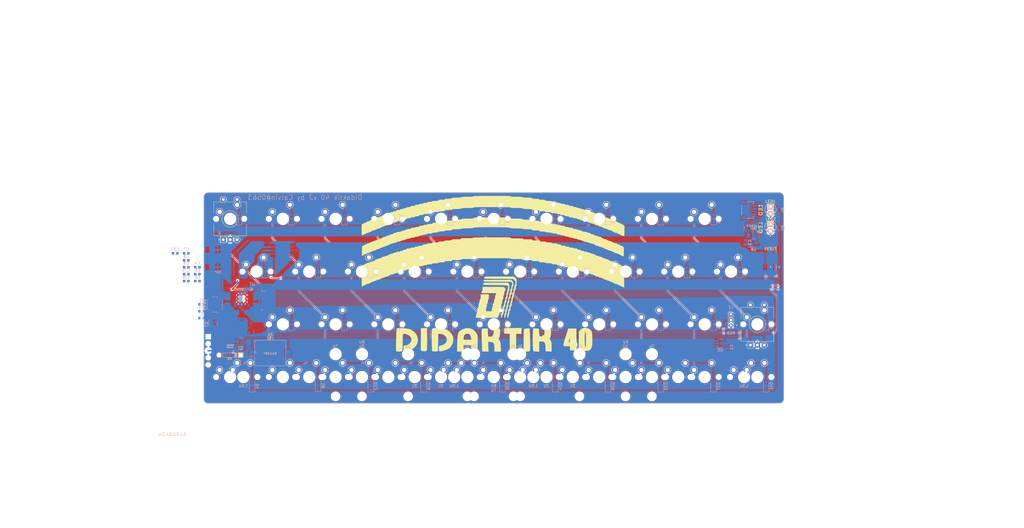
<source format=kicad_pcb>
(kicad_pcb (version 20221018) (generator pcbnew)
  (layers (0 "F.Cu" signal) (31 "B.Cu" signal) (34 "B.Paste" user) (35 "F.Paste" user) (36 "B.SilkS" user "B.Silkscreen") (37 "F.SilkS" user "F.Silkscreen") (38 "B.Mask" user) (39 "F.Mask" user) (44 "Edge.Cuts" user))
  (net 0 "")
  (net 1 "BOOT0")
  (net 2 "Net-(D1-A)")
  (net 3 "Net-(D2-A)")
  (net 4 "Net-(D3-A)")
  (net 5 "Net-(D4-A)")
  (net 6 "Net-(D5-A)")
  (net 7 "Net-(D6-A)")
  (net 8 "Net-(D7-A)")
  (net 9 "Net-(D8-A)")
  (net 10 "Net-(D9-A)")
  (net 11 "Net-(D10-A)")
  (net 12 "Net-(D11-A)")
  (net 13 "Net-(D12-A)")
  (net 14 "Net-(D13-A)")
  (net 15 "Net-(D14-A)")
  (net 16 "Net-(D15-A)")
  (net 17 "Net-(D16-A)")
  (net 18 "Net-(D17-A)")
  (net 19 "Net-(D18-A)")
  (net 20 "Net-(D19-A)")
  (net 21 "Net-(D20-A)")
  (net 22 "Net-(D21-A)")
  (net 23 "Net-(D22-A)")
  (net 24 "Net-(D23-A)")
  (net 25 "Net-(D24-A)")
  (net 26 "Net-(D26-A)")
  (net 27 "Net-(D27-A)")
  (net 28 "Net-(D28-A)")
  (net 29 "Net-(D29-A)")
  (net 30 "Net-(D30-A)")
  (net 31 "Net-(D31-A)")
  (net 32 "Net-(D32-A)")
  (net 33 "Net-(D33-A)")
  (net 34 "Net-(D34-A)")
  (net 35 "Net-(D35-A)")
  (net 36 "Net-(D36-A)")
  (net 37 "Net-(D37-A)")
  (net 38 "Net-(D38-A)")
  (net 39 "COL0")
  (net 40 "COL1")
  (net 41 "COL3")
  (net 42 "COL4")
  (net 43 "Net-(D39-A)")
  (net 44 "Net-(D40-A)")
  (net 45 "Net-(D41-A)")
  (net 46 "Net-(D42-A)")
  (net 47 "Net-(Q2-G)")
  (net 48 "+3V3")
  (net 49 "Net-(D25-A)")
  (net 50 "VBUS")
  (net 51 "LED capslock")
  (net 52 "LED Power")
  (net 53 "GND")
  (net 54 "D_USB_N")
  (net 55 "D_USB_P")
  (net 56 "+5V")
  (net 57 "ROTARY_A")
  (net 58 "COL5")
  (net 59 "COL6")
  (net 60 "Net-(Q1-C)")
  (net 61 "VCC")
  (net 62 "NRST")
  (net 63 "ROTARY_C")
  (net 64 "COL7")
  (net 65 "COL8")
  (net 66 "COL9")
  (net 67 "ROW3")
  (net 68 "ROW2")
  (net 69 "ROW1")
  (net 70 "ROW0")
  (net 72 "Net-(Q1-B)")
  (net 75 "COL2")
  (net 76 "ROTARY_B")
  (net 77 "ROTARY_D")
  (net 78 "D_P")
  (net 79 "RGB")
  (net 81 "SPEAKER")
  (net 82 "D_N")
  (net 91 "RGB MCU")
  (footprint "Keebio-Parts:Diode-Hybrid-Back" (layer "F.Cu") (at 41.148 90.4875)
    (fp_text reference "R5")
    (fp_text value "1k" hide)
  )
  (footprint "MX_Only:MXOnly-1U-NoLED" (layer "F.Cu") (at 212.725 98.425)
    (fp_text reference "SW39a1")
    (fp_text value "SW_Push_45deg")
  )
  (footprint "MX_Only:MXOnly-1U-NoLED" (layer "F.Cu") (at 136.525 79.375)
    (fp_text reference "SW25")
    (fp_text value "SW_Push_45deg")
  )
  (footprint "MX_Only:MXOnly-1.5U-NoLED" (layer "F.Cu") (at 122.2375 98.425)
    (fp_text reference "SW35a1")
    (fp_text value "SW_Push_45deg")
  )
  (footprint "MX_Only:MXOnly-1U-NoLED" (layer "F.Cu") (at 107.95 60.325)
    (fp_text reference "SW14")
    (fp_text value "SW_Push_45deg")
  )
  (footprint "MX_Only:MXOnly-1U-NoLED" (layer "F.Cu") (at 79.375 98.425)
    (fp_text reference "SW33a1")
    (fp_text value "SW_Push_45deg")
  )
  (footprint "MX_Only:MXOnly-1U-NoLED" (layer "F.Cu") (at 98.425 79.375)
    (fp_text reference "SW23")
    (fp_text value "SW_Push_45deg")
  )
  (footprint "MX_Only:MXOnly-1U-NoLED" (layer "F.Cu") (at 193.675 79.375)
    (fp_text reference "SW28")
    (fp_text value "SW_Push_45deg")
  )
  (footprint "MX_Only:MXOnly-1U-NoLED" (layer "F.Cu") (at 117.475 41.275)
    (fp_text reference "SW5")
    (fp_text value "SW_Push_45deg")
  )
  (footprint "MX_Only:MXOnly-1U-NoLED" (layer "F.Cu") (at 212.725 41.275)
    (fp_text reference "SW10")
    (fp_text value "SW_Push_45deg")
  )
  (footprint "LOGO" (layer "F.Cu") (at 136.164278 64.98305)
    (fp_text reference "G***" hide)
    (fp_text value "LOGO" hide)
  )
  (footprint "MX_Only:MXOnly-1U-NoLED" (layer "F.Cu") (at 41.275 98.425)
    (fp_text reference "SW31a1")
    (fp_text value "SW_Push_45deg")
  )
  (footprint "MX_Only:MXOnly-1U-NoLED" (layer "F.Cu") (at 203.2 98.425)
    (fp_text reference "SW39")
    (fp_text value "SW_Push_45deg")
  )
  (footprint "Keebio-Parts:RotaryEncoder_EC11-no-legs" (layer "F.Cu") (at 41.275 41.275 90)
    (fp_text reference "SW41")
    (fp_text value "RotaryEncoder_Switch")
  )
  (footprint "MX_Only:MXOnly-1U-NoLED" (layer "F.Cu") (at 165.1 60.325)
    (fp_text reference "SW17")
    (fp_text value "SW_Push_45deg")
  )
  (footprint "MX_Only:MXOnly-1U-NoLED" (layer "F.Cu") (at 165.1 98.425)
    (fp_text reference "SW37")
    (fp_text value "SW_Push_45deg")
  )
  (footprint "MX_Only:MXOnly-1U-NoLED" (layer "F.Cu") (at 69.85 98.425)
    (fp_text reference "SW32")
    (fp_text value "SW_Push_45deg")
  )
  (footprint "MX_Only:MXOnly-1U-NoLED" (layer "F.Cu") (at 193.675 41.275)
    (fp_text reference "SW9")
    (fp_text value "SW_Push_45deg")
  )
  (footprint "MX_Only:MXOnly-1U-NoLED" (layer "F.Cu") (at 146.05 60.325)
    (fp_text reference "SW16")
    (fp_text value "SW_Push_45deg")
  )
  (footprint "MX_Only:MXOnly-1.5U-NoLED" (layer "F.Cu") (at 46.037 98.425)
    (fp_text reference "SW31")
    (fp_text value "SW_Push_45deg")
  )
  (footprint "Keebio-Parts:RotaryEncoder_EC11-no-legs" (layer "F.Cu") (at 231.775 79.375 90)
    (fp_text reference "SW42")
    (fp_text value "RotaryEncoder_Switch")
  )
  (footprint "MX_Only:MXOnly-1U-NoLED" (layer "F.Cu") (at 50.8 60.325)
    (fp_text reference "SW11")
    (fp_text value "SW_Push_45deg")
  )
  (footprint "MX_Only:MXOnly-1U-NoLED" (layer "F.Cu") (at 231.775 79.375)
    (fp_text reference "SW30")
    (fp_text value "SW_Push_45deg")
  )
  (footprint "MX_Only:MXOnly-2U-ReversedStabilizers-NoLED" (layer "F.Cu") (at 155.575 98.425)
    (fp_text reference "SW36b1")
    (fp_text value "SW_Push_45deg")
  )
  (footprint "MX_Only:MXOnly-1U-NoLED" (layer "F.Cu") (at 98.425 41.275)
    (fp_text reference "SW4")
    (fp_text value "SW_Push_45deg")
  )
  (footprint "MX_Only:MXOnly-1U-NoLED" (layer "F.Cu") (at 41.275 41.275)
    (fp_text reference "SW1")
    (fp_text value "SW_Push_45deg")
  )
  (footprint "MX_Only:MXOnly-1U-NoLED" (layer "F.Cu") (at 88.9 98.425)
    (fp_text reference "SW33")
    (fp_text value "SW_Push_45deg")
  )
  (footprint "MX_Only:MXOnly-1.5U-NoLED" (layer "F.Cu") (at 150.8125 98.425)
    (fp_text reference "SW36a1")
    (fp_text value "SW_Push_45deg")
  )
  (footprint "MX_Only:MXOnly-1U-NoLED" (layer "F.Cu") (at 184.15 60.325)
    (fp_text reference "SW18")
    (fp_text value "SW_Push_45deg")
  )
  (footprint "MX_Only:MXOnly-1U-NoLED" (layer "F.Cu") (at 69.85 60.325)
    (fp_text reference "SW12")
    (fp_text value "SW_Push_45deg")
  )
  (footprint "MX_Only:MXOnly-1U-NoLED" (layer "F.Cu") (at 146.05 98.425)
    (fp_text reference "SW36")
    (fp_text value "SW_Push_45deg")
  )
  (footprint "MX_Only:MXOnly-1U-NoLED" (layer "F.Cu") (at 88.9 60.325)
    (fp_text reference "SW13")
    (fp_text value "SW_Push_45deg")
  )
  (footprint "MX_Only:MXOnly-3U-ReversedStabilizers-NoLED" (layer "F.Cu") (at 165.1 98.425)
    (fp_text reference "SW37b1")
    (fp_text value "SW_Push_45deg")
  )
  (footprint "MX_Only:MXOnly-1U-NoLED" (layer "F.Cu") (at 60.325 79.375)
    (fp_text reference "SW21")
    (fp_text value "SW_Push_45deg")
  )
  (footprint "LOGO" (layer "F.Cu") (at 136.525 84.963)
    (fp_text reference "G***" hide)
    (fp_text value "LOGO" hide)
  )
  (footprint "MX_Only:MXOnly-1U-NoLED" (layer "F.Cu") (at 155.575 41.275)
    (fp_text reference "SW7")
    (fp_text value "SW_Push_45deg")
  )
  (footprint "MX_Only:MXOnly-1U-NoLED" (layer "F.Cu") (at 98.425 98.425)
    (fp_text reference "SW34a1")
    (fp_text value "SW_Push_45deg")
  )
  (footprint "MX_Only:MXOnly-1U-NoLED" (layer "F.Cu") (at 184.15 98.425)
    (fp_text reference "SW38")
    (fp_text value "SW_Push_45deg")
  )
  (footprint "MX_Only:MXOnly-2U-ReversedStabilizers-NoLED" (layer "F.Cu") (at 117.475 98.425)
    (fp_text reference "SW35b1")
    (fp_text value "SW_Push_45deg")
  )
  (footprint "MX_Only:MXOnly-1U-NoLED" (layer "F.Cu") (at 79.375 79.375)
    (fp_text reference "SW22")
    (fp_text value "SW_Push_45deg")
  )
  (footprint "MX_Only:MXOnly-7U-ReversedStabilizers-NoLED" (layer "F.Cu") (at 136.525 98.425)
    (fp_text reference "SW36c1")
    (fp_text value "SW_Push_45deg")
  )
  (footprint "MX_Only:MXOnly-1U-NoLED" (layer "F.Cu") (at 174.625 98.425)
    (fp_text reference "SW37a1")
    (fp_text value "SW_Push_45deg")
  )
  (footprint "MX_Only:MXOnly-1U-NoLED" (layer "F.Cu") (at 174.625 41.275)
    (fp_text reference "SW8")
    (fp_text value "SW_Push_45deg")
  )
  (footprint "MX_Only:MXOnly-1U-NoLED" (layer "F.Cu") (at 127 60.325)
    (fp_text reference "SW15")
    (fp_text value "SW_Push_45deg")
  )
  (footprint "MX_Only:MXOnly-1U-NoLED" (layer "F.Cu") (at 136.525 41.275)
    (fp_text reference "SW6")
    (fp_text value "SW_Push_45deg")
  )
  (footprint "MX_Only:MXOnly-1U-NoLED" (layer "F.Cu") (at 107.95 98.425)
    (fp_text reference "SW34")
    (fp_text value "SW_Push_45deg")
  )
  (footprint "MX_Only:MXOnly-1U-NoLED" (layer "F.Cu") (at 222.25 60.325)
    (fp_text reference "SW20")
    (fp_text value "SW_Push_45deg")
  )
  (footprint "MX_Only:MXOnly-1U-NoLED" (layer "F.Cu") (at 117.475 79.375)
    (fp_text reference "SW24")
    (fp_text value "SW_Push_45deg")
  )
  (footprint "MX_Only:MXOnly-1U-NoLED" (layer "F.Cu") (at 193.675 98.425)
    (fp_text reference "SW38a1")
    (fp_text value "SW_Push_45deg")
  )
  (footprint "MX_Only:MXOnly-1U-NoLED" (layer "F.Cu") (at 203.2 60.325)
    (fp_text reference "SW19")
    (fp_text value "SW_Push_45deg")
  )
  (footprint "MX_Only:MXOnly-1U-NoLED" (layer "F.Cu") (at 212.725 79.375)
    (fp_text reference "SW29")
    (fp_text value "SW_Push_45deg")
  )
  (footprint "MX_Only:MXOnly-1U-NoLED" (layer "F.Cu") (at 60.325 41.275)
    (fp_text reference "SW2")
    (fp_text value "SW_Push_45deg")
  )
  (footprint "MX_Only:MXOnly-1U-NoLED" (layer "F.Cu") (at 174.625 79.375)
    (fp_text reference "SW27")
    (fp_text value "SW_Push_45deg")
  )
  (footprint "MX_Only:MXOnly-1U-NoLED" (layer "F.Cu") (at 60.325 98.425)
    (fp_text reference "SW32a1")
    (fp_text value "SW_Push_45deg")
  )
  (footprint "MX_Only:MXOnly-3U-ReversedStabilizers-NoLED" (layer "F.Cu") (at 107.95 98.425)
    (fp_text reference "SW34b1")
    (fp_text value "SW_Push_45deg")
  )
  (footprint "MX_Only:MXOnly-6U-Centered-ReversedStabilizers-NoLED" (layer "F.Cu") (at 136.525 98.425)
    (fp_text reference "SW35c1")
    (fp_text value "SW_Push_45deg")
  )
  (footprint "MX_Only:MXOnly-1U-NoLED" (layer "F.Cu") (at 79.375 41.275)
    (fp_text reference "SW3")
    (fp_text value "SW_Push_45deg")
  )
  (footprint "MX_Only:MXOnly-1U-NoLED" (layer "F.Cu") (at 155.575 79.375)
    (fp_text reference "SW26")
    (fp_text value "SW_Push_45deg")
  )
  (footprint "MX_Only:MXOnly-1.5U-NoLED" (layer "F.Cu") (at 227.009838 98.426567)
    (fp_text reference "SW40")
    (fp_text value "SW_Push_45deg")
  )
  (footprint "MX_Only:MXOnly-1U-NoLED" (layer "F.Cu") (at 231.775 98.425)
    (fp_text reference "SW40a1")
    (fp_text value "SW_Push_45deg")
  )
  (footprint "MX_Only:MXOnly-1U-NoLED" (layer "F.Cu") (at 127 98.425)
    (fp_text reference "SW35")
    (fp_text value "SW_Push_45deg")
  )
  (footprint "Diode_SMD:D_SOD-123F" (layer "B.Cu") (at 149.225 60.325 90)
    (fp_text reference "D22")
    (fp_text value "D_Small")
  )
  (footprint "Package_TO_SOT_SMD:SOT-23" (layer "B.Cu") (at 44.958 85.725)
    (fp_text reference "Q1")
    (fp_text value "2N2222")
  )
  (footprint "Diode_SMD:D_SOD-123F" (layer "B.Cu") (at 63.5 41.275 90)
    (fp_text reference "D5")
    (fp_text value "D_Small")
  )
  (footprint "Diode_SMD:D_SOD-123F" (layer "B.Cu") (at 120.65 79.375 90)
    (fp_text reference "D15")
    (fp_text value "D_Small")
  )
  (footprint "Diode_SMD:D_SOD-123F" (layer "B.Cu") (at 49.2125 101.6 90)
    (fp_text reference "D4")
    (fp_text value "D_Small")
  )
  (footprint "Diode_SMD:D_SOD-123F" (layer "B.Cu") (at 196.85 101.6 90)
    (fp_text reference "D33")
    (fp_text value "D_Small")
  )
  (footprint "Capacitor_SMD:C_0402_1005Metric" (layer "B.Cu") (at 221.292134 87.663578 90)
    (fp_text reference "C1")
    (fp_text value "100nF")
  )
  (footprint "Diode_SMD:D_SOD-123F" (layer "B.Cu") (at 196.85 79.375 90)
    (fp_text reference "D32")
    (fp_text value "D_Small")
  )
  (footprint "Capacitor_SMD:C_0603_1608Metric" (layer "B.Cu") (at 25.41875 56.2275 180)
    (fp_text reference "C8")
    (fp_text value "100nF")
  )
  (footprint "Capacitor_SMD:C_0603_1608Metric" (layer "B.Cu") (at 29.42875 61.2475 180)
    (fp_text reference "C5")
    (fp_text value "1uF")
  )
  (footprint "Diode_SMD:D_SOD-123F" (layer "B.Cu") (at 215.9 79.375 90)
    (fp_text reference "D36")
    (fp_text value "D_Small")
  )
  (footprint "Diode_SMD:D_SOD-123F" (layer "B.Cu") (at 101.6 79.375 90)
    (fp_text reference "D11")
    (fp_text value "D_Small")
  )
  (footprint "Diode_SMD:D_SOD-123F" (layer "B.Cu") (at 53.975 60.325 90)
    (fp_text reference "D2")
    (fp_text value "D_Small")
  )
  (footprint "Diode_SMD:D_SOD-123F" (layer "B.Cu") (at 215.9 101.6 90)
    (fp_text reference "D37")
    (fp_text value "D_Small")
  )
  (footprint "Diode_SMD:D_SOD-123F" (layer "B.Cu") (at 82.55 41.275 90)
    (fp_text reference "D9")
    (fp_text value "D_Small")
  )
  (footprint "Capacitor_SMD:C_0603_1608Metric" (layer "B.Cu") (at 227.594233 49.846544 90)
    (fp_text reference "C3")
    (fp_text value "1uF")
  )
  (footprint "Diode_SMD:D_SOD-123F" (layer "B.Cu") (at 92.075 101.6 90)
    (fp_text reference "D12")
    (fp_text value "D_Small")
  )
  (footprint "Diode_SMD:D_SOD-123F" (layer "B.Cu") (at 139.7 101.6 90)
    (fp_text reference "D20")
    (fp_text value "D_Small")
  )
  (footprint "Diode_SMD:D_SOD-123F" (layer "B.Cu") (at 187.325 60.325 90)
    (fp_text reference "D31")
    (fp_text value "D_Small")
  )
  (footprint "Capacitor_SMD:C_0603_1608Metric" (layer "B.Cu") (at 232.560038 47.503032 180)
    (fp_text reference "C2")
    (fp_text value "1uF")
  )
  (footprint "Package_QFP:LQFP-48_7x7mm_P0.5mm" (layer "B.Cu") (at 49.2125 70.64375 180)
    (fp_text reference "U7")
    (fp_text value "STM32F072C8Tx")
  )
  (footprint "Diode_SMD:D_SOD-123F" (layer "B.Cu") (at 44.45 41.275 90)
    (fp_text reference "D1")
    (fp_text value "D_Small")
  )
  (footprint "Capacitor_SMD:C_0603_1608Metric" (layer "B.Cu") (at 29.42875 58.7375 180)
    (fp_text reference "C4")
    (fp_text value "4.7uF")
  )
  (footprint "Package_TO_SOT_SMD:SOT-23" (layer "B.Cu") (at 35.1125 79.336192 -90)
    (fp_text reference "Q2")
    (fp_text value "2N7002")
  )
  (footprint "Diode_SMD:D_SOD-123F" (layer "B.Cu") (at 139.7 41.275 90)
    (fp_text reference "D21")
    (fp_text value "D_Small")
  )
  (footprint "random-keyboard-parts:JST-SR-4" (layer "B.Cu") (at 225.95 38.1 90)
    (fp_text reference "J1" hide)
    (fp_text value "Conn_01x04_MountingPin")
  )
  (footprint "Resistor_SMD:R_0603_1608Metric" (layer "B.Cu") (at 30.95625 77.1225 180)
    (fp_text reference "R7")
    (fp_text value "100k")
  )
  (footprint "Capacitor_SMD:C_0603_1608Metric" (layer "B.Cu") (at 25.41875 58.7375 180)
    (fp_text reference "C9")
    (fp_text value "1u")
  )
  (footprint "Fuse:Fuse_1206_3216Metric" (layer "B.Cu") (at 231.775 44.45 -90)
    (fp_text reference "F1")
    (fp_text value "500mA")
  )
  (footprint "Button_Switch_SMD:SW_SPST_SKQG_WithoutStem" (layer "B.Cu") (at 35.71875 72.23125 -90)
    (fp_text reference "SW43")
    (fp_text value "RST")
  )
  (footprint "Diode_SMD:D_SOD-123F" (layer "B.Cu") (at 101.6 41.275 90)
    (fp_text reference "D13")
    (fp_text value "D_Small")
  )
  (footprint "Diode_SMD:D_SOD-123F" (layer "B.Cu") (at 63.5 79.375 90)
    (fp_text reference "D3")
    (fp_text value "D_Small")
  )
  (footprint "Diode_SMD:D_SOD-123F" (layer "B.Cu") (at 130.175 60.325 90)
    (fp_text reference "D18")
    (fp_text value "D_Small")
  )
  (footprint "Diode_SMD:D_SOD-123F" (layer "B.Cu") (at 158.75 101.6 90)
    (fp_text reference "D24")
    (fp_text value "D_Small")
  )
  (footprint "Diode_SMD:D_SOD-123F" (layer "B.Cu") (at 234.95 101.6 90)
    (fp_text reference "D41")
    (fp_text value "D_Small")
  )
  (footprint "Diode_SMD:D_SOD-123F" (layer "B.Cu") (at 73.025 60.325 90)
    (fp_text reference "D6")
    (fp_text value "D_Small")
  )
  (footprint "Diode_SMD:D_SOD-123F" (layer "B.Cu") (at 111.125 60.325 90)
    (fp_text reference "D14")
    (fp_text value "D_Small")
  )
  (footprint "Capacitor_SMD:C_0603_1608Metric" (layer "B.Cu") (at 25.41875 53.7175 180)
    (fp_text reference "C7")
    (fp_text value "100nF")
  )
  (footprint "Keebio-Parts:LED_3mm" (layer "B.Cu") (at 236.5375 38.1 90)
    (fp_text reference "D42" hide)
    (fp_text value "LED")
  )
  (footprint "Keebio-Parts:AST1109MLTRQ" (layer "B.Cu") (at 55.753 89.789 180)
    (fp_text reference "LS1")
    (fp_text value "Speaker")
  )
  (footprint "Capacitor_SMD:C_0603_1608Metric" (layer "B.Cu") (at 29.42875 63.7575 180)
    (fp_text reference "C6")
    (fp_text value "4.7u")
  )
  (footprint "Diode_SMD:D_SOD-123F" (layer "B.Cu") (at 177.8 79.375 90)
    (fp_text reference "D28")
    (fp_text value "D_Small")
  )
  (footprint "Diode_SMD:D_SOD-123F" (layer "B.Cu") (at 73.025 101.4125 90)
    (fp_text reference "D8")
    (fp_text value "D_Small")
  )
  (footprint "Capacitor_SMD:C_0603_1608Metric" (layer "B.Cu") (at 25.41875 63.7575 180)
    (fp_text reference "C26")
    (fp_text value "100nF")
  )
  (footprint "Capacitor_SMD:C_0603_1608Metric" (layer "B.Cu") (at 21.40875 53.7175 180)
    (fp_text reference "C27")
    (fp_text value "100nF")
  )
  (footprint "Diode_SMD:D_SOD-123F" (layer "B.Cu") (at 196.85 41.275 90)
    (fp_text reference "D34")
    (fp_text value "D_Small")
  )
  (footprint "Diode_SMD:D_SOD-123F" (layer "B.Cu") (at 225.425 60.325 90)
    (fp_text reference "D39")
    (fp_text value "D_Small")
  )
  (footprint "Resistor_SMD:R_0603_1608Metric" (layer "B.Cu") (at 30.95625 74.6125 180)
    (fp_text reference "R3")
    (fp_text value "10k")
  )
  (footprint "Keebio-Parts:LED_3mm" (layer "B.Cu") (at 236.5375 44.45 90)
    (fp_text reference "D25" hide)
    (fp_text value "LED")
  )
  (footprint "Package_TO_SOT_SMD:SOT-23-6" (layer "B.Cu") (at 228.6 44.45 90)
    (fp_text reference "U6")
    (fp_text value "USBLC6-2SC6")
  )
  (footprint "Resistor_SMD:R_0603_1608Metric" (layer "B.Cu") (at 239.7125 38.1 90)
    (fp_text reference "R4")
    (fp_text value "220 ohm")
  )
  (footprint "Diode_SMD:D_SOD-123F" (layer "B.Cu") (at 111.125 101.6 90)
    (fp_text reference "D16")
    (fp_text value "D_Small")
  )
  (footprint "Package_TO_SOT_SMD:SOT-23" (layer "B.Cu") (at 230.445 50.00625)
    (fp_text reference "U8")
    (fp_text value "XC6206PxxxMR-Regulator_Linear")
  )
  (footprint "Diode_SMD:D_SOD-123F" (layer "B.Cu") (at 158.75 79.375 90)
    (fp_text reference "D23")
    (fp_text value "D_Small")
  )
  (footprint "Diode_SMD:D_SOD-123F" (layer "B.Cu") (at 139.7 79.375 90)
    (fp_text reference "D19")
    (fp_text value "D_Small")
  )
  (footprint "Diode_SMD:D_SOD-123F" (layer "B.Cu") (at 177.8 101.6 90)
    (fp_text reference "D29")
    (fp_text value "D_Small")
  )
  (footprint "Diode_SMD:D_SOD-123F" (layer "B.Cu") (at 177.8 41.275 90)
    (fp_text reference "D30")
    (fp_text value "D_Small")
  )
  (footprint "Diode_SMD:D_SOD-123F" (layer "B.Cu") (at 168.275 60.325 90)
    (fp_text reference "D27")
    (fp_text value "D_Small")
  )
  (footprint "Resistor_SMD:R_0603_1608Metric" (layer "B.Cu") (at 239.7125 44.45 90)
    (fp_text reference "R2")
    (fp_text value "220 ohm")
  )
  (footprint "Diode_SMD:D_SOD-123F" (layer "B.Cu") (at 92.075 60.325 90)
    (fp_text reference "D10")
    (fp_text value "D_Small")
  )
  (footprint "Diode_SMD:D_SOD-123F" (layer "B.Cu") (at 206.375 60.325 90)
    (fp_text reference "D35")
    (fp_text value "D_Small")
  )
  (footprint "Diode_SMD:D_SOD-123F" (layer "B.Cu") (at 120.65 41.275 90)
    (fp_text reference "D17")
    (fp_text value "D_Small")
  )
  (footprint "Connector_PinSocket_2.00mm:PinSocket_1x03_P2.00mm_Vertical" (layer "B.Cu") (at 222.25 75.7875 180)
    (fp_text reference "J3")
    (fp_text value "Conn_01x03")
  )
  (footprint "Diode_SMD:D_SOD-123F" (layer "B.Cu") (at 234.95 79.375 90)
    (fp_text reference "D40")
    (fp_text value "D_Small")
  )
  (footprint "Diode_SMD:D_SOD-123F" (layer "B.Cu") (at 158.75 41.275 90)
    (fp_text reference "D26")
    (fp_text value "D_Small")
  )
  (footprint "Resistor_SMD:R_0603_1608Metric" (layer "B.Cu") (at 30.95625 72.1025 180)
    (fp_text reference "R1")
    (fp_text value "10k")
  )
  (footprint "Diode_SMD:D_SOD-123F" (layer "B.Cu") (at 82.55 79.375 90)
    (fp_text reference "D7")
    (fp_text value "D_Small")
  )
  (footprint "Capacitor_SMD:C_0603_1608Metric" (layer "B.Cu") (at 25.41875 61.2475 180)
    (fp_text reference "C25")
    (fp_text value "100nF")
  )
  (footprint "Package_TO_SOT_SMD:TSOT-23-5" (layer "B.Cu") (at 218.44 86.233)
    (fp_text reference "U5")
    (fp_text value "74AHCT1G125")
  )
  (footprint "Diode_SMD:D_SOD-123F" (layer "B.Cu") (at 215.9 41.275 90)
    (fp_text reference "D38")
    (fp_text value "D_Small")
  )
  (footprint "Resistor_SMD:R_0603_1608Metric" (layer "B.Cu") (at 55.757122 84.506505 180)
    (fp_text reference "R6")
    (fp_text value "1k")
  )
  (gr_arc (start 33.3375 107.95) (mid 32.214968 107.485032) (end 31.75 106.3625) (stroke (width 0.15)) (layer "Edge.Cuts"))
  (gr_line (start 33.3375 31.75) (end 239.7125 31.75) (stroke (width 0.15)) (layer "Edge.Cuts"))
  (gr_line (start 31.75 106.3625) (end 31.75 33.3375) (stroke (width 0.15)) (layer "Edge.Cuts"))
  (gr_arc (start 241.3 106.3625) (mid 240.835032 107.485032) (end 239.7125 107.95) (stroke (width 0.15)) (layer "Edge.Cuts"))
  (gr_line (start 239.7125 107.95) (end 33.3375 107.95) (stroke (width 0.15)) (layer "Edge.Cuts"))
  (gr_arc (start 239.7125 31.75) (mid 240.835032 32.214968) (end 241.3 33.3375) (stroke (width 0.15)) (layer "Edge.Cuts"))
  (gr_arc (start 31.75 33.3375) (mid 32.214968 32.214968) (end 33.3375 31.75) (stroke (width 0.15)) (layer "Edge.Cuts"))
  (gr_line (start 241.3 33.3375) (end 241.3 106.3625) (stroke (width 0.15)) (layer "Edge.Cuts"))
  (gr_text "6U" (at 88.9 85.725) (layer "B.SilkS") (effects (font (size 1 1)) (justify mirror)))
  (gr_text "2U" (at 129.412659 87.29455) (layer "B.SilkS") (effects (font (size 1 1)) (justify mirror)))
  (gr_text "Didaktik 40 v2 by Calvin#0563" (at 68.326 33.528) (layer "B.SilkS") (effects (font (size 1.75 1.75)) (justify mirror)))
  (gr_text "6U" (at 184.15 85.725) (layer "B.SilkS") (effects (font (size 1 1)) (justify mirror)))
  (gr_text "7U" (at 79.375 87.3125) (layer "B.SilkS") (effects (font (size 1 1)) (justify mirror)))
  (gr_text "RGB" (at 222.25 82.55) (layer "B.SilkS") (effects (font (size 1 1)) (justify mirror)))
  (gr_text "3U" (at 165.1 101.6) (layer "B.SilkS") (effects (font (size 1 1)) (justify mirror)))
  (gr_text "2U" (at 105.510451 87.429084) (layer "B.SilkS") (effects (font (size 1 1)) (justify mirror)))
  (gr_text "ISP" (at 36.957 60.579) (layer "B.SilkS") (effects (font (size 1 1)) (justify mirror)))
  (gr_text "1.5U" (at 150.8125 101.6) (layer "B.SilkS") (effects (font (size 1 1)) (justify mirror)))
  (gr_text "1.5U" (at 122.2375 101.6) (layer "B.SilkS") (effects (font (size 1 1)) (justify mirror)))
  (gr_text "3U" (at 107.95 101.6) (layer "B.SilkS") (effects (font (size 1 1)) (justify mirror)))
  (gr_text "7U" (at 193.675 87.3125) (layer "B.SilkS") (effects (font (size 1 1)) (justify mirror)))
  (gr_text "2U" (at 155.575 101.6) (layer "B.SilkS") (effects (font (size 1 1)) (justify mirror)))
  (gr_text "1.5U" (at 46.0375 101.6) (layer "B.SilkS") (effects (font (size 1 1)) (justify mirror)))
  (gr_text "7U" (at 136.525 103.1875) (layer "B.SilkS") (effects (font (size 1 1)) (justify mirror)))
  (gr_text "JLCJLCJLCJLC" (at 20.32 119.126) (layer "B.SilkS") (effects (font (size 1 1))))
  (gr_text "1.5U" (at 227.0125 101.6) (layer "B.SilkS") (effects (font (size 1 1)) (justify mirror)))
  (gr_text "6U" (at 136.525 101.6) (layer "B.SilkS") (effects (font (size 1 1)) (justify mirror)))
  (gr_text "3U" (at 184.15 87.3125) (layer "B.SilkS") (effects (font (size 1 1)) (justify mirror)))
  (gr_text "2U" (at 143.556628 87.292984) (layer "B.SilkS") (effects (font (size 1 1)) (justify mirror)))
  (gr_text "3U" (at 127 87.3125) (layer "B.SilkS") (effects (font (size 1 1)) (justify mirror)))
  (gr_text "3U" (at 88.9 87.3125) (layer "B.SilkS") (effects (font (size 1 1)) (justify mirror)))
  (gr_text "2U" (at 167.503681 87.24814) (layer "B.SilkS") (effects (font (size 1 1)) (justify mirror)))
  (gr_text "3U" (at 146.05 87.3125) (layer "B.SilkS") (effects (font (size 1 1)) (justify mirror)))
  (gr_text "2U" (at 117.475 101.6) (layer "B.SilkS") (effects (font (size 1 1)) (justify mirror)))
  (gr_text "resistor \nbuzzer" (at 41.148 87.249) (layer "B.SilkS") (effects (font (size 0.5 0.5) (thickness 0.125)) (justify mirror)))
  (gr_text "buzzer" (at 55.753 89.789) (layer "B.SilkS") (effects (font (size 1 1)) (justify mirror)))
  (gr_text "LED2\n\n" (at 236.601 42.164) (layer "F.SilkS") (effects (font (size 1 1))))
  (gr_text "RESET\n" (at 236.474 52.07) (layer "F.SilkS") (effects (font (size 1 1))))
  (gr_text "LED1\n" (at 236.474 34.925) (layer "F.SilkS") (effects (font (size 1 1))))
  (segment (start 234.574 52.4125) (end 234.574 58.7125) (width 0.25) (layer "B.Cu") (net 0))
  (segment (start 43.815 36.195) (end 44.45 36.83) (width 0.25) (layer "B.Cu") (net 2))
  (segment (start 43.775 36.155) (end 43.815 36.195) (width 0.25) (layer "B.Cu") (net 2))
  (segment (start 44.45 36.83) (end 44.45 39.625) (width 0.25) (layer "B.Cu") (net 2))
  (segment (start 43.775 34.275) (end 43.775 36.155) (width 0.25) (layer "B.Cu") (net 2))
  (segment (start 53.34 55.245) (end 53.34 58.29) (width 0.2) (layer "B.Cu") (net 3))
  (segment (start 53.34 58.29) (end 53.975 58.925) (width 0.2) (layer "B.Cu") (net 3))
  (segment (start 63.5 74.93) (end 63.5 77.725) (width 0.25) (layer "B.Cu") (net 4))
  (segment (start 62.865 74.295) (end 63.5 74.93) (width 0.25) (layer "B.Cu") (net 4))
  (segment (start 43.815 93.345) (end 48.5775 93.345) (width 0.25) (layer "B.Cu") (net 5))
  (segment (start 48.5775 93.345) (end 49.2125 93.98) (width 0.25) (layer "B.Cu") (net 5))
  (segment (start 49.2125 93.98) (end 49.2125 99.95) (width 0.25) (layer "B.Cu") (net 5))
  (segment (start 63.5 36.83) (end 63.5 39.625) (width 0.25) (layer "B.Cu") (net 6))
  (segment (start 62.865 36.195) (end 63.5 36.83) (width 0.25) (layer "B.Cu") (net 6))
  (segment (start 73.025 55.88) (end 73.025 58.675) (width 0.25) (layer "B.Cu") (net 7))
  (segment (start 72.39 55.245) (end 73.025 55.88) (width 0.25) (layer "B.Cu") (net 7))
  (segment (start 81.915 74.295) (end 82.55 74.93) (width 0.25) (layer "B.Cu") (net 8))
  (segment (start 82.55 74.93) (end 82.55 77.725) (width 0.25) (layer "B.Cu") (net 8))
  (segment (start 72.39 93.345) (end 73.025 93.98) (width 0.25) (layer "B.Cu") (net 9))
  (segment (start 73.025 93.98) (end 73.025 99.95) (width 0.25) (layer "B.Cu") (net 9))
  (segment (start 62.865 93.345) (end 72.39 93.345) (width 0.25) (layer "B.Cu") (net 9))
  (segment (start 81.915 36.195) (end 82.55 36.83) (width 0.25) (layer "B.Cu") (net 10))
  (segment (start 82.55 36.83) (end 82.55 39.625) (width 0.25) (layer "B.Cu") (net 10))
  (segment (start 91.44 55.245) (end 92.075 55.88) (width 0.25) (layer "B.Cu") (net 11))
  (segment (start 92.075 55.88) (end 92.075 58.675) (width 0.25) (layer "B.Cu") (net 11))
  (segment (start 100.965 74.295) (end 101.6 74.93) (width 0.25) (layer "B.Cu") (net 12))
  (segment (start 101.6 74.93) (end 101.6 77.725) (width 0.25) (layer "B.Cu") (net 12))
  (segment (start 92.075 93.98) (end 92.075 99.95) (width 0.25) (layer "B.Cu") (net 13))
  (segment (start 81.915 93.345) (end 91.44 93.345) (width 0.25) (layer "B.Cu") (net 13))
  (segment (start 91.44 93.345) (end 92.075 93.98) (width 0.25) (layer "B.Cu") (net 13))
  (segment (start 100.965 36.195) (end 101.6 36.83) (width 0.25) (layer "B.Cu") (net 14))
  (segment (start 101.6 36.83) (end 101.6 39.625) (width 0.25) (layer "B.Cu") (net 14))
  (segment (start 111.125 55.88) (end 111.125 58.675) (width 0.25) (layer "B.Cu") (net 15))
  (segment (start 110.49 55.245) (end 111.125 55.88) (width 0.25) (layer "B.Cu") (net 15))
  (segment (start 120.65 74.93) (end 120.65 77.725) (width 0.25) (layer "B.Cu") (net 16))
  (segment (start 120.015 74.295) (end 120.65 74.93) (width 0.25) (layer "B.Cu") (net 16))
  (segment (start 111.125 93.98) (end 111.125 99.95) (width 0.25) (layer "B.Cu") (net 17))
  (segment (start 100.965 93.345) (end 110.49 93.345) (width 0.25) (layer "B.Cu") (net 17))
  (segment (start 110.49 93.345) (end 111.125 93.98) (width 0.25) (layer "B.Cu") (net 17))
  (segment (start 120.65 36.83) (end 120.65 39.5625) (width 0.25) (layer "B.Cu") (net 18))
  (segment (start 120.015 36.195) (end 120.65 36.83) (width 0.25) (layer "B.Cu") (net 18))
  (segment (start 129.54 55.245) (end 130.175 55.88) (width 0.25) (layer "B.Cu") (net 19))
  (segment (start 130.175 55.88) (end 130.175 58.675) (width 0.25) (layer "B.Cu") (net 19))
  (segment (start 139.065 74.295) (end 139.7 74.93) (width 0.25) (layer "B.Cu") (net 20))
  (segment (start 139.7 74.93) (end 139.7 77.725) (width 0.25) (layer "B.Cu") (net 20))
  (segment (start 139.7 93.98) (end 139.7 99.95) (width 0.25) (layer "B.Cu") (net 21))
  (segment (start 120.015 93.345) (end 124.7775 93.345) (width 0.25) (layer "B.Cu") (net 21))
  (segment (start 124.7775 93.345) (end 129.54 93.345) (width 0.25) (layer "B.Cu") (net 21))
  (segment (start 139.065 93.345) (end 139.7 93.98) (width 0.25) (layer "B.Cu") (net 21))
  (segment (start 129.54 93.345) (end 139.065 93.345) (width 0.25) (layer "B.Cu") (net 21))
  (segment (start 139.7 36.957) (end 139.7 39.625) (width 0.25) (layer "B.Cu") (net 22))
  (segment (start 138.938 36.195) (end 139.7 36.957) (width 0.25) (layer "B.Cu") (net 22))
  (segment (start 149.225 55.88) (end 149.225 58.675) (width 0.25) (layer "B.Cu") (net 23))
  (segment (start 148.59 55.245) (end 149.225 55.88) (width 0.25) (layer "B.Cu") (net 23))
  (segment (start 158.75 74.93) (end 158.75 77.725) (width 0.25) (layer "B.Cu") (net 24))
  (segment (start 158.115 74.295) (end 158.75 74.93) (width 0.25) (layer "B.Cu") (net 24))
  (segment (start 148.59 93.345) (end 153.3525 93.345) (width 0.25) (layer "B.Cu") (net 25))
  (segment (start 158.75 93.98) (end 158.75 99.95) (width 0.25) (layer "B.Cu") (net 25))
  (segment (start 158.115 93.345) (end 158.75 93.98) (width 0.25) (layer "B.Cu") (net 25))
  (segment (start 153.3525 93.345) (end 158.115 93.345) (width 0.25) (layer "B.Cu") (net 25))
  (segment (start 158.115 36.195) (end 158.75 36.83) (width 0.25) (layer "B.Cu") (net 26))
  (segment (start 158.75 36.83) (end 158.75 39.625) (width 0.25) (layer "B.Cu") (net 26))
  (segment (start 167.64 55.245) (end 168.275 55.88) (width 0.25) (layer "B.Cu") (net 27))
  (segment (start 168.275 55.88) (end 168.275 58.675) (width 0.25) (layer "B.Cu") (net 27))
  (segment (start 177.8 74.93) (end 177.8 77.725) (width 0.25) (layer "B.Cu") (net 28))
  (segment (start 177.165 74.295) (end 177.8 74.93) (width 0.25) (layer "B.Cu") (net 28))
  (segment (start 177.8 93.98) (end 177.8 99.95) (width 0.25) (layer "B.Cu") (net 29))
  (segment (start 177.165 93.345) (end 177.8 93.98) (width 0.25) (layer "B.Cu") (net 29))
  (segment (start 167.64 93.345) (end 177.165 93.345) (width 0.25) (layer "B.Cu") (net 29))
  (segment (start 177.8 36.83) (end 177.8 39.625) (width 0.25) (layer "B.Cu") (net 30))
  (segment (start 177.165 36.195) (end 177.8 36.83) (width 0.25) (layer "B.Cu") (net 30))
  (segment (start 187.325 55.88) (end 187.325 58.675) (width 0.25) (layer "B.Cu") (net 31))
  (segment (start 186.69 55.245) (end 187.325 55.88) (width 0.25) (layer "B.Cu") (net 31))
  (segment (start 196.215 74.295) (end 196.85 74.93) (width 0.25) (layer "B.Cu") (net 32))
  (segment (start 196.85 74.93) (end 196.85 77.725) (width 0.25) (layer "B.Cu") (net 32))
  (segment (start 196.215 93.345) (end 196.85 93.98) (width 0.25) (layer "B.Cu") (net 33))
  (segment (start 186.69 93.345) (end 196.215 93.345) (width 0.25) (layer "B.Cu") (net 33))
  (segment (start 196.85 93.98) (end 196.85 99.95) (width 0.25) (layer "B.Cu") (net 33))
  (segment (start 196.215 36.195) (end 196.85 36.83) (width 0.25) (layer "B.Cu") (net 34))
  (segment (start 196.85 36.83) (end 196.85 39.625) (width 0.25) (layer "B.Cu") (net 34))
  (segment (start 206.375 55.88) (end 206.375 58.675) (width 0.25) (layer "B.Cu") (net 35))
  (segment (start 205.74 55.245) (end 206.375 55.88) (width 0.25) (layer "B.Cu") (net 35))
  (segment (start 215.265 74.295) (end 215.9 74.93) (width 0.25) (layer "B.Cu") (net 36))
  (segment (start 215.9 74.93) (end 215.9 77.725) (width 0.25) (layer "B.Cu") (net 36))
  (segment (start 215.265 93.345) (end 215.9 93.98) (width 0.25) (layer "B.Cu") (net 37))
  (segment (start 215.9 93.98) (end 215.9 99.95) (width 0.25) (layer "B.Cu") (net 37))
  (segment (start 205.74 93.345) (end 215.265 93.345) (width 0.25) (layer "B.Cu") (net 37))
  (segment (start 215.265 36.195) (end 215.9 36.83) (width 0.25) (layer "B.Cu") (net 38))
  (segment (start 215.9 36.83) (end 215.9 39.625) (width 0.25) (layer "B.Cu") (net 38))
  (segment (start 46.99 59.865131) (end 56.515 69.390131) (width 0.25) (layer "F.Cu") (net 39))
  (segment (start 56.515 83.35689) (end 43.98689 95.885) (width 0.25) (layer "F.Cu") (net 39))
  (segment (start 46.99 57.785) (end 46.99 59.865131) (width 0.25) (layer "F.Cu") (net 39))
  (segment (start 37.465 35.585) (end 37.465 38.735) (width 0.25) (layer "F.Cu") (net 39))
  (segment (start 38.775 34.275) (end 37.465 35.585) (width 0.25) (layer "F.Cu") (net 39))
  (segment (start 46.99 57.785) (end 45.135 57.785) (width 0.25) (layer "F.Cu") (net 39))
  (segment (start 56.515 69.390131) (end 56.515 76.835) (width 0.25) (layer "F.Cu") (net 39))
  (segment (start 56.515 76.835) (end 56.515 83.35689) (width 0.25) (layer "F.Cu") (net 39))
  (segment (start 45.135 57.785) (end 37.45 50.1) (width 0.25) (layer "F.Cu") (net 39))
  (segment (start 37.45 50.1) (end 37.45 38.75) (width 0.25) (layer "F.Cu") (net 39))
  (segment (start 42.2275 95.885) (end 37.465 95.885) (width 0.25) (layer "F.Cu") (net 39))
  (segment (start 43.98689 95.885) (end 42.2275 95.885) (width 0.25) (layer "F.Cu") (net 39))
  (segment (start 37.45 38.75) (end 37.465 38.735) (width 0.25) (layer "F.Cu") (net 39))
  (segment (start 75.565 86.36) (end 66.04 95.885) (width 0.25) (layer "F.Cu") (net 40))
  (segment (start 56.515 48.26) (end 66.04 57.785) (width 0.25) (layer "F.Cu") (net 40))
  (segment (start 66.04 57.785) (end 66.04 67.31) (width 0.25) (layer "F.Cu") (net 40))
  (segment (start 56.515 38.735) (end 56.515 48.26) (width 0.25) (layer "F.Cu") (net 40))
  (segment (start 66.04 67.31) (end 75.565 76.835) (width 0.25) (layer "F.Cu") (net 40))
  (segment (start 66.04 95.885) (end 56.515 95.885) (width 0.25) (layer "F.Cu") (net 40))
  (segment (start 75.565 76.835) (end 75.565 86.36) (width 0.25) (layer "F.Cu") (net 40))
  (segment (start 58.166 72.724) (end 71.454 72.724) (width 0.25) (layer "B.Cu") (net 40))
  (segment (start 75.565 76.835) (end 71.454 72.724) (width 0.25) (layer "B.Cu") (net 40))
  (segment (start 104.14 95.885) (end 94.615 95.885) (width 0.25) (layer "F.Cu") (net 41))
  (segment (start 113.665 86.36) (end 104.14 95.885) (width 0.25) (layer "F.Cu") (net 41))
  (segment (start 94.615 38.735) (end 94.615 48.26) (width 0.25) (layer "F.Cu") (net 41))
  (segment (start 104.14 67.31) (end 113.665 76.835) (width 0.25) (layer "F.Cu") (net 41))
  (segment (start 94.615 48.26) (end 104.14 57.785) (width 0.25) (layer "F.Cu") (net 41))
  (segment (start 113.665 76.835) (end 113.665 86.36) (width 0.25) (layer "F.Cu") (net 41))
  (segment (start 104.14 57.785) (end 104.14 67.31) (width 0.25) (layer "F.Cu") (net 41))
  (segment (start 58.166 71.824) (end 108.654 71.824) (width 0.25) (layer "B.Cu") (net 41))
  (segment (start 108.654 71.824) (end 113.665 76.835) (width 0.25) (layer "B.Cu") (net 41))
  (segment (start 123.19 67.31) (end 132.715 76.835) (width 0.25) (layer "F.Cu") (net 42))
  (segment (start 113.665 38.735) (end 113.665 48.26) (width 0.25) (layer "F.Cu") (net 42))
  (segment (start 132.715 95.885) (end 123.19 95.885) (width 0.25) (layer "F.Cu") (net 42))
  (segment (start 132.715 76.835) (end 132.715 95.885) (width 0.25) (layer "F.Cu") (net 42))
  (segment (start 113.665 48.26) (end 123.19 57.785) (width 0.25) (layer "F.Cu") (net 42))
  (segment (start 118.4275 95.885) (end 113.665 95.885) (width 0.25) (layer "F.Cu") (net 42))
  (segment (start 123.19 95.885) (end 118.4275 95.885) (width 0.25) (layer "F.Cu") (net 42))
  (segment (start 123.19 57.785) (end 123.19 67.31) (width 0.25) (layer "F.Cu") (net 42))
  (segment (start 127.254 71.374) (end 58.166 71.374) (width 0.25) (layer "B.Cu") (net 42))
  (segment (start 132.715 76.835) (end 127.254 71.374) (width 0.25) (layer "B.Cu") (net 42))
  (segment (start 224.79 55.245) (end 225.425 55.88) (width 0.25) (layer "B.Cu") (net 43))
  (segment (start 225.425 55.88) (end 225.425 58.675) (width 0.25) (layer "B.Cu") (net 43))
  (segment (start 234.275 72.375) (end 234.275 74.255) (width 0.25) (layer "B.Cu") (net 44))
  (segment (start 234.315 74.295) (end 234.95 74.93) (width 0.25) (layer "B.Cu") (net 44))
  (segment (start 234.95 74.93) (end 234.95 77.725) (width 0.25) (layer "B.Cu") (net 44))
  (segment (start 234.275 74.255) (end 234.315 74.295) (width 0.25) (layer "B.Cu") (net 44))
  (segment (start 234.315 93.345) (end 234.95 93.98) (width 0.25) (layer "B.Cu") (net 45))
  (segment (start 234.95 93.98) (end 234.95 99.95) (width 0.25) (layer "B.Cu") (net 45))
  (segment (start 229.5525 93.345) (end 234.315 93.345) (width 0.25) (layer "B.Cu") (net 45))
  (segment (start 236.5375 36.83) (end 239.009074 36.83) (width 0.25) (layer "B.Cu") (net 46))
  (segment (start 239.009074 36.83) (end 239.769074 37.59) (width 0.25) (layer "B.Cu") (net 46))
  (segment (start 43.942 64.77) (end 41.91 66.802) (width 0.381) (layer "F.Cu") (net 48))
  (segment (start 43.942 63.5) (end 43.942 64.77) (width 0.381) (layer "F.Cu") (net 48))
  (segment (start 41.91 66.802) (end 42.037 66.675) (width 0.381) (layer "F.Cu") (net 48))
  (segment (start 42.037 66.675) (end 48.895 66.675) (width 0.381) (layer "F.Cu") (net 48))
  (segment (start 199.6515 48.9025) (end 199.644 48.9025) (width 0.381) (layer "B.Cu") (net 48))
  (segment (start 238.9525 43.18) (end 239.7125 43.94) (width 0.25) (layer "B.Cu") (net 49))
  (segment (start 236.5375 43.18) (end 238.9525 43.18) (width 0.25) (layer "B.Cu") (net 49))
  (segment (start 225.425 76.708) (end 225.425 82.5405) (width 0.25) (layer "F.Cu") (net 50))
  (segment (start 222.25 75.7875) (end 224.5045 75.7875) (width 0.25) (layer "F.Cu") (net 50))
  (segment (start 234.868223 65.323223) (end 234.868223 63.4625) (width 0.25) (layer "F.Cu") (net 50))
  (segment (start 234.874569 61.991086) (end 234.874569 63.456154) (width 0.25) (layer "F.Cu") (net 50))
  (segment (start 237.617 82.55) (end 237.7235 82.55) (width 0.25) (layer "F.Cu") (net 50))
  (segment (start 239.140535 69.595535) (end 234.868223 65.323223) (width 0.25) (layer "F.Cu") (net 50))
  (segment (start 239.140535 81.132965) (end 239.140535 69.595535) (width 0.25) (layer "F.Cu") (net 50))
  (segment (start 237.7235 82.55) (end 239.140535 81.132965) (width 0.25) (layer "F.Cu") (net 50))
  (segment (start 225.425 82.5405) (end 225.425 84.4395) (width 0.25) (layer "F.Cu") (net 50))
  (segment (start 224.5045 75.7875) (end 225.425 76.708) (width 0.25) (layer "F.Cu") (net 50))
  (segment (start 234.874569 63.456154) (end 234.868223 63.4625) (width 0.25) (layer "F.Cu") (net 50))
  (via (at 225.425 84.4395) (size 0.8) (drill 0.4) (layers "F.Cu" "B.Cu") (net 50))
  (via (at 234.874569 61.991086) (size 0.8) (drill 0.4) (layers "F.Cu" "B.Cu") (net 50))
  (via (at 225.425 82.5405) (size 0.8) (drill 0.4) (layers "F.Cu" "B.Cu") (net 50))
  (via (at 237.617 82.55) (size 0.8) (drill 0.4) (layers "F.Cu" "B.Cu") (net 50))
  (segment (start 228.6 43.789382) (end 228.6 43.3125) (width 0.381) (layer "B.Cu") (net 50))
  (segment (start 56.603577 84.165) (end 56.263 84.505577) (width 0.25) (layer "B.Cu") (net 50))
  (segment (start 229.260618 44.45) (end 230.98125 44.45) (width 0.381) (layer "B.Cu") (net 50))
  (segment (start 233.299 36.068) (end 233.299 40.259) (width 0.381) (layer "B.Cu") (net 50))
  (segment (start 229.719 39.6) (end 229.5595 39.4405) (width 0.381) (layer "B.Cu") (net 50))
  (segment (start 62.829 84.165) (end 56.603577 84.165) (width 0.25) (layer "B.Cu") (net 50))
  (segment (start 231.775 43.65625) (end 231.775 43.05) (width 0.381) (layer "B.Cu") (net 50))
  (segment (start 225.425 82.5405) (end 225.425 82.55) (width 0.25) (layer "B.Cu") (net 50))
  (segment (start 230.98125 44.45) (end 231.775 43.65625) (width 0.381) (layer "B.Cu") (net 50))
  (segment (start 231.775 41.783) (end 231.775 43.05) (width 0.381) (layer "B.Cu") (net 50))
  (segment (start 225.425 84.4395) (end 225.1505 84.165) (width 0.25) (layer "B.Cu") (net 50))
  (segment (start 62.253 89.789) (end 62.253 84.559) (width 0.25) (layer "B.Cu") (net 50))
  (segment (start 225.425 82.55) (end 225.679 82.804) (width 0.25) (layer "B.Cu") (net 50))
  (segment (start 229.260618 44.45) (end 228.6 43.789382) (width 0.381) (layer "B.Cu") (net 50))
  (segment (start 234.874569 61.991086) (end 235.458 61.407655) (width 0.25) (layer "B.Cu") (net 50))
  (segment (start 232.918 35.687) (end 233.299 36.068) (width 0.381) (layer "B.Cu") (net 50))
  (segment (start 225.1505 84.165) (end 62.829 84.165) (width 0.25) (layer "B.Cu") (net 50))
  (segment (start 62.647 84.165) (end 62.829 84.165) (width 0.25) (layer "B.Cu") (net 50))
  (segment (start 230.725 39.6) (end 229.719 39.6) (width 0.381) (layer "B.Cu") (net 50))
  (segment (start 229.5595 36.1245) (end 229.997 35.687) (width 0.381) (layer "B.Cu") (net 50))
  (segment (start 237.363 82.804) (end 237.617 82.55) (width 0.25) (layer "B.Cu") (net 50))
  (segment (start 225.679 82.804) (end 237.363 82.804) (width 0.25) (layer "B.Cu") (net 50))
  (segment (start 229.997 35.687) (end 232.918 35.687) (width 0.381) (layer "B.Cu") (net 50))
  (segment (start 229.5595 39.4405) (end 229.5595 36.1245) (width 0.381) (layer "B.Cu") (net 50))
  (segment (start 62.253 84.559) (end 62.647 84.165) (width 0.25) (layer "B.Cu") (net 50))
  (segment (start 233.299 40.259) (end 231.775 41.783) (width 0.381) (layer "B.Cu") (net 50))
  (segment (start 237.280353 65.405) (end 239.2995 65.405) (width 0.25) (layer "F.Cu") (net 51))
  (via (at 237.280353 65.405) (size 0.8) (drill 0.4) (layers "F.Cu" "B.Cu") (net 51))
  (via (at 239.2995 65.405) (size 0.8) (drill 0.4) (layers "F.Cu" "B.Cu") (net 51))
  (segment (start 237.280353 65.405) (end 237.280353 65.586494) (width 0.25) (layer "B.Cu") (net 51))
  (segment (start 239.709014 64.995486) (end 239.709014 64.201986) (width 0.25) (layer "B.Cu") (net 51))
  (segment (start 238.887 59.055) (end 238.887 58.293) (width 0.25) (layer "B.Cu") (net 51))
  (segment (start 239.709014 64.201986) (end 239.709014 59.877014) (width 0.25) (layer "B.Cu") (net 51))
  (segment (start 239.709014 64.201986) (end 239.709014 64.582986) (width 0.25) (layer "B.Cu") (net 51))
  (segment (start 239.7125 57.4675) (end 239.7125 44.96) (width 0.25) (layer "B.Cu") (net 51))
  (segment (start 238.887 58.293) (end 239.7125 57.4675) (width 0.25) (layer "B.Cu") (net 51))
  (segment (start 239.2995 65.405) (end 239.709014 64.995486) (width 0.25) (layer "B.Cu") (net 51))
  (segment (start 237.280353 65.586494) (end 236.445847 66.421) (width 0.25) (layer "B.Cu") (net 51))
  (segment (start 239.709014 59.877014) (end 238.887 59.055) (width 0.25) (layer "B.Cu") (net 51))
  (segment (start 239.709014 64.582986) (end 239.709014 64.926101) (width 0.25) (layer "B.Cu") (net 51))
  (segment (start 239.224 66.5995) (end 239.2995 66.675) (width 0.25) (layer "F.Cu") (net 52))
  (segment (start 237.292652 66.5995) (end 239.224 66.5995) (width 0.25) (layer "F.Cu") (net 52))
  (via (at 237.292652 66.5995) (size 0.8) (drill 0.4) (layers "F.Cu" "B.Cu") (net 52))
  (via (at 239.2995 66.675) (size 0.8) (drill 0.4) (layers "F.Cu" "B.Cu") (net 52))
  (segment (start 240.411 65.650412) (end 239.386412 66.675) (width 0.25) (layer "B.Cu") (net 52))
  (segment (start 239.386412 66.675) (end 239.2995 66.675) (width 0.25) (layer "B.Cu") (net 52))
  (segment (start 239.769074 38.61) (end 240.411 39.251926) (width 0.25) (layer "B.Cu") (net 52))
  (segment (start 237.292652 66.5995) (end 237.018152 66.874) (width 0.25) (layer "B.Cu") (net 52))
  (segment (start 240.411 39.251926) (end 240.411 65.650412) (width 0.25) (layer "B.Cu") (net 52))
  (segment (start 239.6375 57.4125) (end 239.6375 58.6625) (width 0.25) (layer "F.Cu") (net 53))
  (segment (start 239.6375 58.6625) (end 239.649 58.674) (width 0.25) (layer "F.Cu") (net 53))
  (via (at 41.275 47.117) (size 0.8) (drill 0.4) (layers "F.Cu" "B.Cu") (net 53))
  (via (at 239.649 58.674) (size 0.8) (drill 0.4) (layers "F.Cu" "B.Cu") (net 53))
  (via (at 231.775 85.09) (size 0.8) (drill 0.4) (layers "F.Cu" "B.Cu") (net 53))
  (via (at 232.492031 36.59998) (size 0.8) (drill 0.4) (layers "F.Cu" "B.Cu") (net 53))
  (via (at 236.534647 41.127157) (size 0.8) (drill 0.4) (layers "F.Cu" "B.Cu") (net 53))
  (via (at 236.5375 58.651931) (size 0.8) (drill 0.4) (layers "F.Cu" "B.Cu") (net 53))
  (via (at 236.5375 47.476835) (size 0.8) (drill 0.4) (layers "F.Cu" "B.Cu") (net 53))
  (via (at 224.282 79.756) (size 0.8) (drill 0.4) (layers "F.Cu" "B.Cu") (net 53))
  (segment (start 238.374 58.7125) (end 238.374 52.4125) (width 0.25) (layer "B.Cu") (net 53))
  (segment (start 41.275 48.775) (end 41.275 47.117) (width 0.25) (layer "B.Cu") (net 53))
  (segment (start 236.5375 39.393696) (end 236.5375 41.124304) (width 0.25) (layer "B.Cu") (net 53))
  (segment (start 236.5375 45.741164) (end 236.5375 47.476835) (width 0.25) (layer "B.Cu") (net 53))
  (segment (start 224.2505 79.7875) (end 224.282 79.756) (width 0.25) (layer "B.Cu") (net 53))
  (segment (start 230.725 36.6) (end 232.492011 36.6) (width 0.25) (layer "B.Cu") (net 53))
  (segment (start 222.25 79.7875) (end 224.2505 79.7875) (width 0.25) (layer "B.Cu") (net 53))
  (segment (start 232.492011 36.6) (end 232.492031 36.59998) (width 0.25) (layer "B.Cu") (net 53))
  (segment (start 231.775 86.875) (end 231.775 85.09) (width 0.25) (layer "B.Cu") (net 53))
  (segment (start 227.65 42.963604) (end 227.65 43.3125) (width 0.2) (layer "B.Cu") (net 54))
  (segment (start 231.543 38.6) (end 232.059 39.116) (width 0.2) (layer "B.Cu") (net 54))
  (segment (start 232.059 39.975) (end 231.013 41.021) (width 0.2) (layer "B.Cu") (net 54))
  (segment (start 231.013 41.021) (end 229.592604 41.021) (width 0.2) (layer "B.Cu") (net 54))
  (segment (start 230.725 38.6) (end 231.543 38.6) (width 0.2) (layer "B.Cu") (net 54))
  (segment (start 229.592604 41.021) (end 227.65 42.963604) (width 0.2) (layer "B.Cu") (net 54))
  (segment (start 232.059 39.116) (end 232.059 39.975) (width 0.2) (layer "B.Cu") (net 54))
  (segment (start 229.55 43.3125) (end 229.55 42.122) (width 0.2) (layer "B.Cu") (net 55))
  (segment (start 231.648 37.592) (end 231.64 37.6) (width 0.2) (layer "B.Cu") (net 55))
  (segment (start 230.251 41.421) (end 231.178686 41.421) (width 0.2) (layer "B.Cu") (net 55))
  (segment (start 232.537 38.481) (end 231.648 37.592) (width 0.2) (layer "B.Cu") (net 55))
  (segment (start 232.537 40.062686) (end 232.537 38.481) (width 0.2) (layer "B.Cu") (net 55))
  (segment (start 231.64 37.6) (end 230.725 37.6) (width 0.2) (layer "B.Cu") (net 55))
  (segment (start 231.178686 41.421) (end 232.537 40.062686) (width 0.2) (layer "B.Cu") (net 55))
  (segment (start 229.55 42.122) (end 230.251 41.421) (width 0.2) (layer "B.Cu") (net 55))
  (segment (start 231.648 47.371) (end 231.648 50.3705) (width 0.381) (layer "B.Cu") (net 56))
  (segment (start 231.775 45.85) (end 231.648 45.977) (width 0.381) (layer "B.Cu") (net 56))
  (segment (start 231.648 45.977) (end 231.648 47.371) (width 0.381) (layer "B.Cu") (net 56))
  (segment (start 231.648 50.3705) (end 231.6965 50.419) (width 0.381) (layer "B.Cu") (net 56))
  (segment (start 38.775 46.903) (end 38.775 48.775) (width 0.25) (layer "B.Cu") (net 57))
  (segment (start 38.608 46.736) (end 38.775 46.903) (width 0.25) (layer "B.Cu") (net 57))
  (segment (start 35.306 46.736) (end 38.608 46.736) (width 0.25) (layer "B.Cu") (net 57))
  (segment (start 151.765 95.885) (end 147.0025 95.885) (width 0.25) (layer "F.Cu") (net 58))
  (segment (start 133.603535 39.750535) (end 133.603535 49.148535) (width 0.25) (layer "F.Cu") (net 58))
  (segment (start 142.24 67.31) (end 151.765 76.835) (width 0.25) (layer "F.Cu") (net 58))
  (segment (start 142.24 57.785) (end 142.24 67.31) (width 0.25) (layer "F.Cu") (net 58))
  (segment (start 133.603535 49.148535) (end 142.24 57.785) (width 0.25) (layer "F.Cu") (net 58))
  (segment (start 132.588 38.735) (end 133.603535 39.750535) (width 0.25) (layer "F.Cu") (net 58))
  (segment (start 147.0025 95.885) (end 142.24 95.885) (width 0.25) (layer "F.Cu") (net 58))
  (segment (start 145.854 70.924) (end 151.765 76.835) (width 0.25) (layer "B.Cu") (net 58))
  (segment (start 58.166 70.924) (end 145.854 70.924) (width 0.25) (layer "B.Cu") (net 58))
  (segment (start 151.765 48.26) (end 161.29 57.785) (width 0.25) (layer "F.Cu") (net 59))
  (segment (start 151.765 38.735) (end 151.765 48.26) (width 0.25) (layer "F.Cu") (net 59))
  (segment (start 161.29 67.31) (end 170.815 76.835) (width 0.25) (layer "F.Cu") (net 59))
  (segment (start 170.815 76.835) (end 170.815 95.885) (width 0.25) (layer "F.Cu") (net 59))
  (segment (start 161.29 57.785) (end 161.29 67.31) (width 0.25) (layer "F.Cu") (net 59))
  (segment (start 170.815 95.885) (end 161.29 95.885) (width 0.25) (layer "F.Cu") (net 59))
  (segment (start 58.166 70.474) (end 164.454 70.474) (width 0.25) (layer "B.Cu") (net 59))
  (segment (start 170.815 76.835) (end 164.465 70.485) (width 0.25) (layer "B.Cu") (net 59))
  (segment (start 164.465 70.485) (end 164.454 70.474) (width 0.25) (layer "B.Cu") (net 59))
  (segment (start 45.048 86.7955) (end 44.0205 87.823) (width 0.25) (layer "B.Cu") (net 60))
  (segment (start 48.895 84.201) (end 54.938423 84.201) (width 0.25) (layer "B.Cu") (net 60))
  (segment (start 49.253 89.789) (end 49.253 84.559) (width 0.25) (layer "B.Cu") (net 60))
  (segment (start 45.8955 88.773) (end 46.736 87.9325) (width 0.25) (layer "B.Cu") (net 60))
  (segment (start 46.736 84.455) (end 46.99 84.201) (width 0.25) (layer "B.Cu") (net 60))
  (segment (start 45.048 85.344) (end 45.048 86.7955) (width 0.25) (layer "B.Cu") (net 60))
  (segment (start 54.938423 84.201) (end 55.243 84.505577) (width 0.25) (layer "B.Cu") (net 60))
  (segment (start 46.99 84.201) (end 48.895 84.201) (width 0.25) (layer "B.Cu") (net 60))
  (segment (start 49.253 84.559) (end 48.895 84.201) (width 0.25) (layer "B.Cu") (net 60))
  (segment (start 46.736 87.9325) (end 46.736 84.455) (width 0.25) (layer "B.Cu") (net 60))
  (segment (start 229.275 84.241) (end 229.275 86.875) (width 0.25) (layer "B.Cu") (net 63))
  (segment (start 228.749 83.715) (end 229.275 84.241) (width 0.25) (layer "B.Cu") (net 63))
  (segment (start 58.039 83.715) (end 228.749 83.715) (width 0.25) (layer "B.Cu") (net 63))
  (segment (start 189.865 95.885) (end 180.34 95.885) (width 0.25) (layer "F.Cu") (net 64))
  (segment (start 170.815 38.735) (end 170.815 48.26) (width 0.25) (layer "F.Cu") (net 64))
  (segment (start 180.34 67.31) (end 189.865 76.835) (width 0.25) (layer "F.Cu") (net 64))
  (segment (start 189.865 76.835) (end 189.865 95.885) (width 0.25) (layer "F.Cu") (net 64))
  (segment (start 170.815 48.26) (end 180.34 57.785) (width 0.25) (layer "F.Cu") (net 64))
  (segment (start 180.34 57.785) (end 180.34 67.31) (width 0.25) (layer "F.Cu") (net 64))
  (segment (start 183.054 70.024) (end 58.166 70.024) (width 0.25) (layer "B.Cu") (net 64))
  (segment (start 189.865 76.835) (end 183.054 70.024) (width 0.25) (layer "B.Cu") (net 64))
  (segment (start 199.39 57.785) (end 199.39 67.31) (width 0.25) (layer "F.Cu") (net 65))
  (segment (start 189.865 48.26) (end 199.39 57.785) (width 0.25) (layer "F.Cu") (net 65))
  (segment (start 189.865 38.735) (end 189.865 48.26) (width 0.25) (layer "F.Cu") (net 65))
  (segment (start 199.39 67.31) (end 208.915 76.835) (width 0.25) (layer "F.Cu") (net 65))
  (segment (start 208.915 95.885) (end 199.39 95.885) (width 0.25) (layer "F.Cu") (net 65))
  (segment (start 208.915 76.835) (end 208.915 95.885) (width 0.25) (layer "F.Cu") (net 65))
  (segment (start 201.654 69.574) (end 58.166 69.574) (width 0.25) (layer "B.Cu") (net 65))
  (segment (start 208.915 76.835) (end 201.654 69.574) (width 0.25) (layer "B.Cu") (net 65))
  (segment (start 227.965 76.835) (end 227.95 76.85) (width 0.25) (layer "F.Cu") (net 66))
  (segment (start 227.95 95.87) (end 227.965 95.885) (width 0.25) (layer "F.Cu") (net 66))
  (segment (start 227.95 76.85) (end 227.95 95.87) (width 0.25) (layer "F.Cu") (net 66))
  (segment (start 229.275 72.375) (end 227.965 73.685) (width 0.25) (layer "F.Cu") (net 66))
  (segment (start 208.915 38.735) (end 208.915 48.26) (width 0.25) (layer "F.Cu") (net 66))
  (segment (start 227.965 95.885) (end 223.2025 95.885) (width 0.25) (layer "F.Cu") (net 66))
  (segment (start 218.44 67.31) (end 227.965 76.835) (width 0.25) (layer "F.Cu") (net 66))
  (segment (start 227.965 73.685) (end 227.965 76.835) (width 0.25) (layer "F.Cu") (net 66))
  (segment (start 218.44 57.785) (end 218.44 67.31) (width 0.25) (layer "F.Cu") (net 66))
  (segment (start 208.915 48.26) (end 218.44 57.785) (width 0.25) (layer "F.Cu") (net 66))
  (segment (start 58.166 69.124) (end 220.254 69.124) (width 0.25) (layer "B.Cu") (net 66))
  (segment (start 227.965 76.835) (end 220.254 69.124) (width 0.25) (layer "B.Cu") (net 66))
  (segment (start 234.95 103.25) (end 237.872 103.25) (width 0.25) (layer "B.Cu") (net 67))
  (segment (start 238.575 102.547) (end 238.575 68.901604) (width 0.25) (layer "B.Cu") (net 67))
  (segment (start 49.2125 103.25) (end 92.075 103.25) (width 0.25) (layer "B.Cu") (net 67))
  (segment (start 92.075 103.25) (end 111.125 103.25) (width 0.25) (layer "B.Cu") (net 67))
  (segment (start 215.9 103.25) (end 234.95 103.25) (width 0.25) (layer "B.Cu") (net 67))
  (segment (start 238.575 68.901604) (end 237.897396 68.224) (width 0.25) (layer "B.Cu") (net 67))
  (segment (start 177.8 103.25) (end 196.85 103.25) (width 0.25) (layer "B.Cu") (net 67))
  (segment (start 139.7 103.25) (end 158.75 103.25) (width 0.25) (layer "B.Cu") (net 67))
  (segment (start 237.872 103.25) (end 238.506 102.616) (width 0.25) (layer "B.Cu") (net 67))
  (segment (start 158.75 103.25) (end 177.8 103.25) (width 0.25) (layer "B.Cu") (net 67))
  (segment (start 58.166 68.224) (end 237.897396 68.224) (width 0.25) (layer "B.Cu") (net 67))
  (segment (start 238.506 102.616) (end 238.575 102.547) (width 0.25) (layer "B.Cu") (net 67))
  (segment (start 73.025 103.25) (end 49.2125 103.25) (width 0.25) (layer "B.Cu") (net 67))
  (segment (start 196.85 103.25) (end 215.9 103.25) (width 0.25) (layer "B.Cu") (net 67))
  (segment (start 111.125 103.25) (end 139.7 103.25) (width 0.25) (layer "B.Cu") (net 67))
  (segment (start 58.166 68.674) (end 237.711 68.674) (width 0.25) (layer "B.Cu") (net 68))
  (segment (start 237.711 68.674) (end 238.125 69.088) (width 0.25) (layer "B.Cu") (net 68))
  (segment (start 197.568901 81.743901) (end 215.181099 81.743901) (width 0.25) (layer "B.Cu") (net 68))
  (segment (start 234.231099 81.743901) (end 234.95 81.025) (width 0.25) (layer "B.Cu") (net 68))
  (segment (start 196.131099 81.743901) (end 178.518901 81.743901) (width 0.25) (layer "B.Cu") (net 68))
  (segment (start 138.937 81.788) (end 121.413 81.788) (width 0.25) (layer "B.Cu") (net 68))
  (segment (start 234.95 81.026) (end 235.712 81.788) (width 0.25) (layer "B.Cu") (net 68))
  (segment (start 157.987 81.788) (end 140.463 81.788) (width 0.25) (layer "B.Cu") (net 68))
  (segment (start 101.6 81.025) (end 102.363 81.788) (width 0.25) (layer "B.Cu") (net 68))
  (segment (start 102.363 81.788) (end 120.015 81.788) (width 0.25) (layer "B.Cu") (net 68))
  (segment (start 215.9 81.025) (end 216.618901 81.743901) (width 0.25) (layer "B.Cu") (net 68))
  (segment (start 216.618901 81.743901) (end 234.231099 81.743901) (width 0.25) (layer "B.Cu") (net 68))
  (segment (start 177.081099 81.743901) (end 159.468901 81.743901) (width 0.25) (layer "B.Cu") (net 68))
  (segment (start 82.55 81.025) (end 81.831099 81.743901) (width 0.25) (layer "B.Cu") (net 68))
  (segment (start 120.65 81.153) (end 120.65 81.025) (width 0.25) (layer "B.Cu") (net 68))
  (segment (start 234.95 81.025) (end 234.95 81.026) (width 0.25) (layer "B.Cu") (net 68))
  (segment (start 178.518901 81.743901) (end 177.8 81.025) (width 0.25) (layer "B.Cu") (net 68))
  (segment (start 140.463 81.788) (end 139.7 81.025) (width 0.25) (layer "B.Cu") (net 68))
  (segment (start 215.181099 81.743901) (end 215.9 81.025) (width 0.25) (layer "B.Cu") (net 68))
  (segment (start 64.218901 81.743901) (end 63.5 81.025) (width 0.25) (layer "B.Cu") (net 68))
  (segment (start 196.85 81.025) (end 196.131099 81.743901) (width 0.25) (layer "B.Cu") (net 68))
  (segment (start 158.75 81.025) (end 157.987 81.788) (width 0.25) (layer "B.Cu") (net 68))
  (segment (start 121.413 81.788) (end 120.65 81.025) (width 0.25) (layer "B.Cu") (net 68))
  (segment (start 120.015 81.788) (end 120.65 81.153) (width 0.25) (layer "B.Cu") (net 68))
  (segment (start 101.6 81.025) (end 100.881099 81.743901) (width 0.25) (layer "B.Cu") (net 68))
  (segment (start 237.363 81.788) (end 238.125 81.026) (width 0.25) (layer "B.Cu") (net 68))
  (segment (start 159.468901 81.743901) (end 158.75 81.025) (width 0.25) (layer "B.Cu") (net 68))
  (segment (start 83.268901 81.743901) (end 82.55 81.025) (width 0.25) (layer "B.Cu") (net 68))
  (segment (start 196.85 81.025) (end 197.568901 81.743901) (width 0.25) (layer "B.Cu") (net 68))
  (segment (start 100.881099 81.743901) (end 83.268901 81.743901) (width 0.25) (layer "B.Cu") (net 68))
  (segment (start 235.712 81.788) (end 237.363 81.788) (width 0.25) (layer "B.Cu") (net 68))
  (segment (start 177.8 81.025) (end 177.081099 81.743901) (width 0.25) (layer "B.Cu") (net 68))
  (segment (start 238.125 81.026) (end 238.125 69.088) (width 0.25) (layer "B.Cu") (net 68))
  (segment (start 81.831099 81.743901) (end 64.218901 81.743901) (width 0.25) (layer "B.Cu") (net 68))
  (segment (start 139.7 81.025) (end 138.937 81.788) (width 0.25) (layer "B.Cu") (net 68))
  (segment (start 56.033233 62.383233) (end 56.35625 62.70625) (width 0.25) (layer "F.Cu") (net 69))
  (segment (start 56.35625 62.70625) (end 59.53125 62.70625) (width 0.25) (layer "F.Cu") (net 69))
  (segment (start 186.606099 62.693901) (end 168.993901 62.693901) (width 0.25) (layer "B.Cu") (net 69))
  (segment (start 238.125 66.800604) (end 237.601604 67.324) (width 0.25) (layer "B.Cu") (net 69))
  (segment (start 92.075 61.975) (end 91.356099 62.693901) (width 0.25) (layer "B.Cu") (net 69))
  (segment (start 225.425 61.975) (end 224.706099 62.693901) (width 0.25) (layer "B.Cu") (net 69))
  (segment (start 149.225 61.975) (end 148.506099 62.693901) (width 0.25) (layer "B.Cu") (net 69))
  (segment (start 111.125 61.975) (end 110.362 62.738) (width 0.25) (layer "B.Cu") (net 69))
  (segment (start 129.456099 62.693901) (end 111.843901 62.693901) (width 0.25) (layer "B.Cu") (net 69))
  (segment (start 226.187 62.738) (end 237.49 62.738) (width 0.25) (layer "B.Cu") (net 69))
  (segment (start 225.425 61.976) (end 226.187 62.738) (width 0.25) (layer "B.Cu") (net 69))
  (segment (start 188.043901 62.693901) (end 187.325 61.975) (width 0.25) (layer "B.Cu") (net 69))
  (segment (start 148.506099 62.693901) (end 130.893901 62.693901) (width 0.25) (layer "B.Cu") (net 69))
  (segment (start 238.125 63.373) (end 238.125 66.800604) (width 0.25) (layer "B.Cu") (net 69))
  (segment (start 207.093901 62.693901) (end 206.375 61.975) (width 0.25) (layer "B.Cu") (net 69))
  (segment (start 206.375 61.975) (end 205.656099 62.693901) (width 0.25) (layer "B.Cu") (net 69))
  (segment (start 130.175 61.975) (end 129.456099 62.693901) (width 0.25) (layer "B.Cu") (net 69))
  (segment (start 110.362 62.738) (end 92.838 62.738) (width 0.25) (layer "B.Cu") (net 69))
  (segment (start 225.425 61.975) (end 225.425 61.976) (width 0.25) (layer "B.Cu") (net 69))
  (segment (start 224.706099 62.693901) (end 207.093901 62.693901) (width 0.25) (layer "B.Cu") (net 69))
  (segment (start 92.838 62.738) (end 92.075 61.975) (width 0.25) (layer "B.Cu") (net 69))
  (segment (start 168.275 61.975) (end 167.556099 62.693901) (width 0.25) (layer "B.Cu") (net 69))
  (segment (start 130.893901 62.693901) (end 130.175 61.975) (width 0.25) (layer "B.Cu") (net 69))
  (segment (start 91.356099 62.693901) (end 73.743901 62.693901) (width 0.25) (layer "B.Cu") (net 69))
  (segment (start 187.325 61.975) (end 186.606099 62.693901) (width 0.25) (layer "B.Cu") (net 69))
  (segment (start 149.943901 62.693901) (end 149.225 61.975) (width 0.25) (layer "B.Cu") (net 69))
  (segment (start 237.49 62.738) (end 238.125 63.373) (width 0.25) (layer "B.Cu") (net 69))
  (segment (start 237.601604 67.324) (end 58.166 67.324) (width 0.25) (layer "B.Cu") (net 69))
  (segment (start 167.556099 62.693901) (end 149.943901 62.693901) (width 0.25) (layer "B.Cu") (net 69))
  (segment (start 205.656099 62.693901) (end 188.043901 62.693901) (width 0.25) (layer "B.Cu") (net 69))
  (segment (start 168.993901 62.693901) (end 168.275 61.975) (width 0.25) (layer "B.Cu") (net 69))
  (segment (start 73.743901 62.693901) (end 73.025 61.975) (width 0.25) (layer "B.Cu") (net 69))
  (segment (start 111.843901 62.693901) (end 111.125 61.975) (width 0.25) (layer "B.Cu") (net 69))
  (segment (start 73.025 61.975) (end 72.306099 62.693901) (width 0.25) (layer "B.Cu") (net 69))
  (segment (start 72.306099 62.693901) (end 59.543599 62.693901) (width 0.25) (layer "B.Cu") (net 69))
  (segment (start 238.571984 61.970687) (end 238.584761 61.95791) (width 0.25) (layer "F.Cu") (net 70))
  (segment (start 231.72336 43.688) (end 238.4125 50.37714) (width 0.25) (layer "F.Cu") (net 70))
  (segment (start 238.4125 50.37714) (end 238.4125 61.785649) (width 0.25) (layer "F.Cu") (net 70))
  (segment (start 231.521 43.688) (end 231.72336 43.688) (width 0.25) (layer "F.Cu") (net 70))
  (segment (start 238.4125 61.785649) (end 238.584761 61.95791) (width 0.25) (layer "F.Cu") (net 70))
  (segment (start 228.346 43.688) (end 231.521 43.688) (width 0.25) (layer "F.Cu") (net 70))
  (via (at 238.584761 61.95791) (size 0.8) (drill 0.4) (layers "F.Cu" "B.Cu") (net 70))
  (segment (start 178.518901 43.643901) (end 196.131099 43.643901) (width 0.25) (layer "B.Cu") (net 70))
  (segment (start 63.5 42.925) (end 64.218901 43.643901) (width 0.25) (layer "B.Cu") (net 70))
  (segment (start 196.131099 43.643901) (end 196.85 42.925) (width 0.25) (layer "B.Cu") (net 70))
  (segment (start 101.6 42.925) (end 102.363 43.688) (width 0.25) (layer "B.Cu") (net 70))
  (segment (start 159.468901 43.643901) (end 177.081099 43.643901) (width 0.25) (layer "B.Cu") (net 70))
  (segment (start 121.431401 43.643901) (end 138.981099 43.643901) (width 0.25) (layer "B.Cu") (net 70))
  (segment (start 215.9 42.926) (end 216.662 43.688) (width 0.25) (layer "B.Cu") (net 70))
  (segment (start 101.6 43.008901) (end 101.6 42.925) (width 0.25) (layer "B.Cu") (net 70))
  (segment (start 83.268901 43.643901) (end 100.965 43.643901) (width 0.25) (layer "B.Cu") (net 70))
  (segment (start 177.081099 43.643901) (end 177.8 42.925) (width 0.25) (layer "B.Cu") (net 70))
  (segment (start 102.363 43.688) (end 119.8245 43.688) (width 0.25) (layer "B.Cu") (net 70))
  (segment (start 120.65 42.8625) (end 121.431401 43.643901) (width 0.25) (layer "B.Cu") (net 70))
  (segment (start 44.45 42.925) (end 45.168901 43.643901) (width 0.25) (layer "B.Cu") (net 70))
  (segment (start 64.218901 43.643901) (end 81.870901 43.643901) (width 0.25) (layer "B.Cu") (net 70))
  (segment (start 140.418901 43.643901) (end 158.031099 43.643901) (width 0.25) (layer "B.Cu") (net 70))
  (segment (start 196.85 42.925) (end 197.613 43.688) (width 0.25) (layer "B.Cu") (net 70))
  (segment (start 197.613 43.688) (end 215.137 43.688) (width 0.25) (layer "B.Cu") (net 70))
  (segment (start 82.55 42.925) (end 83.268901 43.643901) (width 0.25) (layer "B.Cu") (net 70))
  (segment (start 215.9 42.925) (end 215.9 42.926) (width 0.25) (layer "B.Cu") (net 70))
  (segment (start 237.788 67.774) (end 58.166 67.774) (width 0.25) (layer "B.Cu") (net 70))
  (segment (start 215.137 43.688) (end 215.9 42.925) (width 0.25) (layer "B.Cu") (net 70))
  (segment (start 238.584761 61.95791) (end 238.575 61.967671) (width 0.25) (layer "B.Cu") (net 70))
  (segment (start 177.8 42.925) (end 178.518901 43.643901) (width 0.25) (layer "B.Cu") (net 70))
  (segment (start 238.575 61.967671) (end 238.575 66.987) (width 0.25) (layer "B.Cu") (net 70))
  (segment (start 45.168901 43.643901) (end 62.781099 43.643901) (width 0.25) (layer "B.Cu") (net 70))
  (segment (start 119.8245 43.688) (end 120.65 42.8625) (width 0.25) (layer "B.Cu") (net 70))
  (segment (start 62.781099 43.643901) (end 63.5 42.925) (width 0.25) (layer "B.Cu") (net 70))
  (segment (start 139.7 42.925) (end 140.418901 43.643901) (width 0.25) (layer "B.Cu") (net 70))
  (segment (start 82.55 42.964802) (end 82.55 42.925) (width 0.25) (layer "B.Cu") (net 70))
  (segment (start 158.75 42.925) (end 159.468901 43.643901) (width 0.25) (layer "B.Cu") (net 70))
  (segment (start 100.965 43.643901) (end 101.6 43.008901) (width 0.25) (layer "B.Cu") (net 70))
  (segment (start 158.031099 43.643901) (end 158.75 42.925) (width 0.25) (layer "B.Cu") (net 70))
  (segment (start 238.575 66.987) (end 237.788 67.774) (width 0.25) (layer "B.Cu") (net 70))
  (segment (start 81.870901 43.643901) (end 82.55 42.964802) (width 0.25) (layer "B.Cu") (net 70))
  (segment (start 138.981099 43.643901) (end 139.7 42.925) (width 0.25) (layer "B.Cu") (net 70))
  (segment (start 85.09 95.885) (end 75.565 95.885) (width 0.25) (layer "F.Cu") (net 75))
  (segment (start 86.84939 95.885) (end 85.09 95.885) (width 0.25) (layer "F.Cu") (net 75))
  (segment (start 85.09 67.31) (end 94.615 76.835) (width 0.25) (layer "F.Cu") (net 75))
  (segment (start 94.615 88.11939) (end 86.84939 95.885) (width 0.25) (layer "F.Cu") (net 75))
  (segment (start 94.615 76.835) (end 94.615 88.11939) (width 0.25) (layer "F.Cu") (net 75))
  (segment (start 75.565 38.735) (end 75.565 48.26) (width 0.25) (layer "F.Cu") (net 75))
  (segment (start 75.565 48.26) (end 85.09 57.785) (width 0.25) (layer "F.Cu") (net 75))
  (segment (start 85.09 57.785) (end 85.09 67.31) (width 0.25) (layer "F.Cu") (net 75))
  (segment (start 90.054 72.274) (end 58.166 72.274) (width 0.25) (layer "B.Cu") (net 75))
  (segment (start 94.615 76.835) (end 90.054 72.274) (width 0.25) (layer "B.Cu") (net 75))
  (segment (start 43.775 46.569) (end 43.775 48.775) (width 0.25) (layer "B.Cu") (net 76))
  (segment (start 43.434 46.228) (end 43.775 46.569) (width 0.25) (layer "B.Cu") (net 76))
  (segment (start 35.179 46.228) (end 43.434 46.228) (width 0.25) (layer "B.Cu") (net 76))
  (segment (start 233.887 83.265) (end 234.275 83.653) (width 0.25) (layer "B.Cu") (net 77))
  (segment (start 234.275 83.653) (end 234.275 86.875) (width 0.25) (layer "B.Cu") (net 77))
  (segment (start 57.912 83.265) (end 233.887 83.265) (width 0.25) (layer "B.Cu") (net 77))
  (segment (start 219.583 82.5405) (end 219.583 81.019401) (width 0.25) (layer "F.Cu") (net 79))
  (via (at 219.583 82.5405) (size 0.8) (drill 0.4) (layers "F.Cu" "B.Cu") (net 79))
  (via (at 219.583 81.019401) (size 0.8) (drill 0.4) (layers "F.Cu" "B.Cu") (net 79))
  (segment (start 219.583 78.486) (end 220.2815 77.7875) (width 0.25) (layer "B.Cu") (net 79))
  (segment (start 219.213 82.815) (end 219.3085 82.815) (width 0.25) (layer "B.Cu") (net 79))
  (segment (start 220.2815 77.7875) (end 222.25 77.7875) (width 0.25) (layer "B.Cu") (net 79))
  (segment (start 57.912 82.815) (end 219.213 82.815) (width 0.25) (layer "B.Cu") (net 79))
  (segment (start 219.583 81.019401) (end 219.583 78.486) (width 0.25) (layer "B.Cu") (net 79))
  (segment (start 219.3085 82.815) (end 219.583 82.5405) (width 0.25) (layer "B.Cu") (net 79))
  (via (at 42.413052 89.725122) (size 0.8) (drill 0.4) (layers "F.Cu" "B.Cu") (net 81))
  (segment (start 42.415174 89.723) (end 42.413052 89.725122) (width 0.25) (layer "B.Cu") (net 81))
  (segment (start 44.0205 89.723) (end 42.415174 89.723) (width 0.25) (layer "B.Cu") (net 81))
  (zone (net 53) (net_name "GND") (layers "F&B.Cu") (connect_pads (clearance 0)) (min_thickness 0.254) (fill yes (thermal_gap 0.508) (thermal_bridge_width 0.508) (island_removal_mode 1) (island_area_min 0))
    (polygon (pts (xy 252.222 114.554) (xy 24.638 114.808) (xy 24.638 24.257) (xy 252.222 24.257)))
  )
)
</source>
